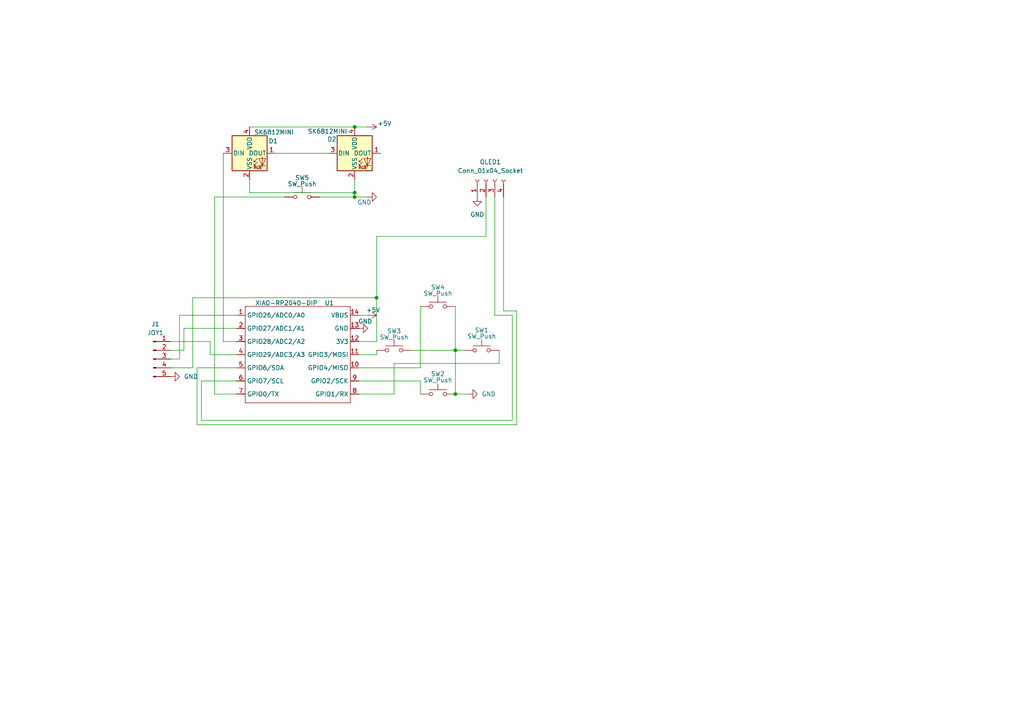
<source format=kicad_sch>
(kicad_sch
	(version 20250114)
	(generator "eeschema")
	(generator_version "9.0")
	(uuid "91bd1046-7895-4d22-a881-99d4bedc8efc")
	(paper "A4")
	(lib_symbols
		(symbol "Connector:Conn_01x04_Socket"
			(pin_names
				(offset 1.016)
				(hide yes)
			)
			(exclude_from_sim no)
			(in_bom yes)
			(on_board yes)
			(property "Reference" "J"
				(at 0 5.08 0)
				(effects
					(font
						(size 1.27 1.27)
					)
				)
			)
			(property "Value" "Conn_01x04_Socket"
				(at 0 -7.62 0)
				(effects
					(font
						(size 1.27 1.27)
					)
				)
			)
			(property "Footprint" ""
				(at 0 0 0)
				(effects
					(font
						(size 1.27 1.27)
					)
					(hide yes)
				)
			)
			(property "Datasheet" "~"
				(at 0 0 0)
				(effects
					(font
						(size 1.27 1.27)
					)
					(hide yes)
				)
			)
			(property "Description" "Generic connector, single row, 01x04, script generated"
				(at 0 0 0)
				(effects
					(font
						(size 1.27 1.27)
					)
					(hide yes)
				)
			)
			(property "ki_locked" ""
				(at 0 0 0)
				(effects
					(font
						(size 1.27 1.27)
					)
				)
			)
			(property "ki_keywords" "connector"
				(at 0 0 0)
				(effects
					(font
						(size 1.27 1.27)
					)
					(hide yes)
				)
			)
			(property "ki_fp_filters" "Connector*:*_1x??_*"
				(at 0 0 0)
				(effects
					(font
						(size 1.27 1.27)
					)
					(hide yes)
				)
			)
			(symbol "Conn_01x04_Socket_1_1"
				(polyline
					(pts
						(xy -1.27 2.54) (xy -0.508 2.54)
					)
					(stroke
						(width 0.1524)
						(type default)
					)
					(fill
						(type none)
					)
				)
				(polyline
					(pts
						(xy -1.27 0) (xy -0.508 0)
					)
					(stroke
						(width 0.1524)
						(type default)
					)
					(fill
						(type none)
					)
				)
				(polyline
					(pts
						(xy -1.27 -2.54) (xy -0.508 -2.54)
					)
					(stroke
						(width 0.1524)
						(type default)
					)
					(fill
						(type none)
					)
				)
				(polyline
					(pts
						(xy -1.27 -5.08) (xy -0.508 -5.08)
					)
					(stroke
						(width 0.1524)
						(type default)
					)
					(fill
						(type none)
					)
				)
				(arc
					(start 0 2.032)
					(mid -0.5058 2.54)
					(end 0 3.048)
					(stroke
						(width 0.1524)
						(type default)
					)
					(fill
						(type none)
					)
				)
				(arc
					(start 0 -0.508)
					(mid -0.5058 0)
					(end 0 0.508)
					(stroke
						(width 0.1524)
						(type default)
					)
					(fill
						(type none)
					)
				)
				(arc
					(start 0 -3.048)
					(mid -0.5058 -2.54)
					(end 0 -2.032)
					(stroke
						(width 0.1524)
						(type default)
					)
					(fill
						(type none)
					)
				)
				(arc
					(start 0 -5.588)
					(mid -0.5058 -5.08)
					(end 0 -4.572)
					(stroke
						(width 0.1524)
						(type default)
					)
					(fill
						(type none)
					)
				)
				(pin passive line
					(at -5.08 2.54 0)
					(length 3.81)
					(name "Pin_1"
						(effects
							(font
								(size 1.27 1.27)
							)
						)
					)
					(number "1"
						(effects
							(font
								(size 1.27 1.27)
							)
						)
					)
				)
				(pin passive line
					(at -5.08 0 0)
					(length 3.81)
					(name "Pin_2"
						(effects
							(font
								(size 1.27 1.27)
							)
						)
					)
					(number "2"
						(effects
							(font
								(size 1.27 1.27)
							)
						)
					)
				)
				(pin passive line
					(at -5.08 -2.54 0)
					(length 3.81)
					(name "Pin_3"
						(effects
							(font
								(size 1.27 1.27)
							)
						)
					)
					(number "3"
						(effects
							(font
								(size 1.27 1.27)
							)
						)
					)
				)
				(pin passive line
					(at -5.08 -5.08 0)
					(length 3.81)
					(name "Pin_4"
						(effects
							(font
								(size 1.27 1.27)
							)
						)
					)
					(number "4"
						(effects
							(font
								(size 1.27 1.27)
							)
						)
					)
				)
			)
			(embedded_fonts no)
		)
		(symbol "Connector:Conn_01x05_Pin"
			(pin_names
				(offset 1.016)
				(hide yes)
			)
			(exclude_from_sim no)
			(in_bom yes)
			(on_board yes)
			(property "Reference" "J"
				(at 0 7.62 0)
				(effects
					(font
						(size 1.27 1.27)
					)
				)
			)
			(property "Value" "Conn_01x05_Pin"
				(at 0 -7.62 0)
				(effects
					(font
						(size 1.27 1.27)
					)
				)
			)
			(property "Footprint" ""
				(at 0 0 0)
				(effects
					(font
						(size 1.27 1.27)
					)
					(hide yes)
				)
			)
			(property "Datasheet" "~"
				(at 0 0 0)
				(effects
					(font
						(size 1.27 1.27)
					)
					(hide yes)
				)
			)
			(property "Description" "Generic connector, single row, 01x05, script generated"
				(at 0 0 0)
				(effects
					(font
						(size 1.27 1.27)
					)
					(hide yes)
				)
			)
			(property "ki_locked" ""
				(at 0 0 0)
				(effects
					(font
						(size 1.27 1.27)
					)
				)
			)
			(property "ki_keywords" "connector"
				(at 0 0 0)
				(effects
					(font
						(size 1.27 1.27)
					)
					(hide yes)
				)
			)
			(property "ki_fp_filters" "Connector*:*_1x??_*"
				(at 0 0 0)
				(effects
					(font
						(size 1.27 1.27)
					)
					(hide yes)
				)
			)
			(symbol "Conn_01x05_Pin_1_1"
				(rectangle
					(start 0.8636 5.207)
					(end 0 4.953)
					(stroke
						(width 0.1524)
						(type default)
					)
					(fill
						(type outline)
					)
				)
				(rectangle
					(start 0.8636 2.667)
					(end 0 2.413)
					(stroke
						(width 0.1524)
						(type default)
					)
					(fill
						(type outline)
					)
				)
				(rectangle
					(start 0.8636 0.127)
					(end 0 -0.127)
					(stroke
						(width 0.1524)
						(type default)
					)
					(fill
						(type outline)
					)
				)
				(rectangle
					(start 0.8636 -2.413)
					(end 0 -2.667)
					(stroke
						(width 0.1524)
						(type default)
					)
					(fill
						(type outline)
					)
				)
				(rectangle
					(start 0.8636 -4.953)
					(end 0 -5.207)
					(stroke
						(width 0.1524)
						(type default)
					)
					(fill
						(type outline)
					)
				)
				(polyline
					(pts
						(xy 1.27 5.08) (xy 0.8636 5.08)
					)
					(stroke
						(width 0.1524)
						(type default)
					)
					(fill
						(type none)
					)
				)
				(polyline
					(pts
						(xy 1.27 2.54) (xy 0.8636 2.54)
					)
					(stroke
						(width 0.1524)
						(type default)
					)
					(fill
						(type none)
					)
				)
				(polyline
					(pts
						(xy 1.27 0) (xy 0.8636 0)
					)
					(stroke
						(width 0.1524)
						(type default)
					)
					(fill
						(type none)
					)
				)
				(polyline
					(pts
						(xy 1.27 -2.54) (xy 0.8636 -2.54)
					)
					(stroke
						(width 0.1524)
						(type default)
					)
					(fill
						(type none)
					)
				)
				(polyline
					(pts
						(xy 1.27 -5.08) (xy 0.8636 -5.08)
					)
					(stroke
						(width 0.1524)
						(type default)
					)
					(fill
						(type none)
					)
				)
				(pin passive line
					(at 5.08 5.08 180)
					(length 3.81)
					(name "Pin_1"
						(effects
							(font
								(size 1.27 1.27)
							)
						)
					)
					(number "1"
						(effects
							(font
								(size 1.27 1.27)
							)
						)
					)
				)
				(pin passive line
					(at 5.08 2.54 180)
					(length 3.81)
					(name "Pin_2"
						(effects
							(font
								(size 1.27 1.27)
							)
						)
					)
					(number "2"
						(effects
							(font
								(size 1.27 1.27)
							)
						)
					)
				)
				(pin passive line
					(at 5.08 0 180)
					(length 3.81)
					(name "Pin_3"
						(effects
							(font
								(size 1.27 1.27)
							)
						)
					)
					(number "3"
						(effects
							(font
								(size 1.27 1.27)
							)
						)
					)
				)
				(pin passive line
					(at 5.08 -2.54 180)
					(length 3.81)
					(name "Pin_4"
						(effects
							(font
								(size 1.27 1.27)
							)
						)
					)
					(number "4"
						(effects
							(font
								(size 1.27 1.27)
							)
						)
					)
				)
				(pin passive line
					(at 5.08 -5.08 180)
					(length 3.81)
					(name "Pin_5"
						(effects
							(font
								(size 1.27 1.27)
							)
						)
					)
					(number "5"
						(effects
							(font
								(size 1.27 1.27)
							)
						)
					)
				)
			)
			(embedded_fonts no)
		)
		(symbol "LED:SK6812MINI"
			(pin_names
				(offset 0.254)
			)
			(exclude_from_sim no)
			(in_bom yes)
			(on_board yes)
			(property "Reference" "D"
				(at 5.08 5.715 0)
				(effects
					(font
						(size 1.27 1.27)
					)
					(justify right bottom)
				)
			)
			(property "Value" "SK6812MINI"
				(at 1.27 -5.715 0)
				(effects
					(font
						(size 1.27 1.27)
					)
					(justify left top)
				)
			)
			(property "Footprint" "LED_SMD:LED_SK6812MINI_PLCC4_3.5x3.5mm_P1.75mm"
				(at 1.27 -7.62 0)
				(effects
					(font
						(size 1.27 1.27)
					)
					(justify left top)
					(hide yes)
				)
			)
			(property "Datasheet" "https://cdn-shop.adafruit.com/product-files/2686/SK6812MINI_REV.01-1-2.pdf"
				(at 2.54 -9.525 0)
				(effects
					(font
						(size 1.27 1.27)
					)
					(justify left top)
					(hide yes)
				)
			)
			(property "Description" "RGB LED with integrated controller"
				(at 0 0 0)
				(effects
					(font
						(size 1.27 1.27)
					)
					(hide yes)
				)
			)
			(property "ki_keywords" "RGB LED NeoPixel Mini addressable"
				(at 0 0 0)
				(effects
					(font
						(size 1.27 1.27)
					)
					(hide yes)
				)
			)
			(property "ki_fp_filters" "LED*SK6812MINI*PLCC*3.5x3.5mm*P1.75mm*"
				(at 0 0 0)
				(effects
					(font
						(size 1.27 1.27)
					)
					(hide yes)
				)
			)
			(symbol "SK6812MINI_0_0"
				(text "RGB"
					(at 2.286 -4.191 0)
					(effects
						(font
							(size 0.762 0.762)
						)
					)
				)
			)
			(symbol "SK6812MINI_0_1"
				(polyline
					(pts
						(xy 1.27 -2.54) (xy 1.778 -2.54)
					)
					(stroke
						(width 0)
						(type default)
					)
					(fill
						(type none)
					)
				)
				(polyline
					(pts
						(xy 1.27 -3.556) (xy 1.778 -3.556)
					)
					(stroke
						(width 0)
						(type default)
					)
					(fill
						(type none)
					)
				)
				(polyline
					(pts
						(xy 2.286 -1.524) (xy 1.27 -2.54) (xy 1.27 -2.032)
					)
					(stroke
						(width 0)
						(type default)
					)
					(fill
						(type none)
					)
				)
				(polyline
					(pts
						(xy 2.286 -2.54) (xy 1.27 -3.556) (xy 1.27 -3.048)
					)
					(stroke
						(width 0)
						(type default)
					)
					(fill
						(type none)
					)
				)
				(polyline
					(pts
						(xy 3.683 -1.016) (xy 3.683 -3.556) (xy 3.683 -4.064)
					)
					(stroke
						(width 0)
						(type default)
					)
					(fill
						(type none)
					)
				)
				(polyline
					(pts
						(xy 4.699 -1.524) (xy 2.667 -1.524) (xy 3.683 -3.556) (xy 4.699 -1.524)
					)
					(stroke
						(width 0)
						(type default)
					)
					(fill
						(type none)
					)
				)
				(polyline
					(pts
						(xy 4.699 -3.556) (xy 2.667 -3.556)
					)
					(stroke
						(width 0)
						(type default)
					)
					(fill
						(type none)
					)
				)
				(rectangle
					(start 5.08 5.08)
					(end -5.08 -5.08)
					(stroke
						(width 0.254)
						(type default)
					)
					(fill
						(type background)
					)
				)
			)
			(symbol "SK6812MINI_1_1"
				(pin input line
					(at -7.62 0 0)
					(length 2.54)
					(name "DIN"
						(effects
							(font
								(size 1.27 1.27)
							)
						)
					)
					(number "3"
						(effects
							(font
								(size 1.27 1.27)
							)
						)
					)
				)
				(pin power_in line
					(at 0 7.62 270)
					(length 2.54)
					(name "VDD"
						(effects
							(font
								(size 1.27 1.27)
							)
						)
					)
					(number "4"
						(effects
							(font
								(size 1.27 1.27)
							)
						)
					)
				)
				(pin power_in line
					(at 0 -7.62 90)
					(length 2.54)
					(name "VSS"
						(effects
							(font
								(size 1.27 1.27)
							)
						)
					)
					(number "2"
						(effects
							(font
								(size 1.27 1.27)
							)
						)
					)
				)
				(pin output line
					(at 7.62 0 180)
					(length 2.54)
					(name "DOUT"
						(effects
							(font
								(size 1.27 1.27)
							)
						)
					)
					(number "1"
						(effects
							(font
								(size 1.27 1.27)
							)
						)
					)
				)
			)
			(embedded_fonts no)
		)
		(symbol "OPL Library:XIAO-RP2040-DIP"
			(exclude_from_sim no)
			(in_bom yes)
			(on_board yes)
			(property "Reference" "U"
				(at 0 0 0)
				(effects
					(font
						(size 1.27 1.27)
					)
				)
			)
			(property "Value" "XIAO-RP2040-DIP"
				(at 5.334 -1.778 0)
				(effects
					(font
						(size 1.27 1.27)
					)
				)
			)
			(property "Footprint" "Module:MOUDLE14P-XIAO-DIP-SMD"
				(at 14.478 -32.258 0)
				(effects
					(font
						(size 1.27 1.27)
					)
					(hide yes)
				)
			)
			(property "Datasheet" ""
				(at 0 0 0)
				(effects
					(font
						(size 1.27 1.27)
					)
					(hide yes)
				)
			)
			(property "Description" ""
				(at 0 0 0)
				(effects
					(font
						(size 1.27 1.27)
					)
					(hide yes)
				)
			)
			(symbol "XIAO-RP2040-DIP_1_0"
				(polyline
					(pts
						(xy -1.27 -2.54) (xy 29.21 -2.54)
					)
					(stroke
						(width 0.1524)
						(type solid)
					)
					(fill
						(type none)
					)
				)
				(polyline
					(pts
						(xy -1.27 -5.08) (xy -2.54 -5.08)
					)
					(stroke
						(width 0.1524)
						(type solid)
					)
					(fill
						(type none)
					)
				)
				(polyline
					(pts
						(xy -1.27 -5.08) (xy -1.27 -2.54)
					)
					(stroke
						(width 0.1524)
						(type solid)
					)
					(fill
						(type none)
					)
				)
				(polyline
					(pts
						(xy -1.27 -8.89) (xy -2.54 -8.89)
					)
					(stroke
						(width 0.1524)
						(type solid)
					)
					(fill
						(type none)
					)
				)
				(polyline
					(pts
						(xy -1.27 -8.89) (xy -1.27 -5.08)
					)
					(stroke
						(width 0.1524)
						(type solid)
					)
					(fill
						(type none)
					)
				)
				(polyline
					(pts
						(xy -1.27 -12.7) (xy -2.54 -12.7)
					)
					(stroke
						(width 0.1524)
						(type solid)
					)
					(fill
						(type none)
					)
				)
				(polyline
					(pts
						(xy -1.27 -12.7) (xy -1.27 -8.89)
					)
					(stroke
						(width 0.1524)
						(type solid)
					)
					(fill
						(type none)
					)
				)
				(polyline
					(pts
						(xy -1.27 -16.51) (xy -2.54 -16.51)
					)
					(stroke
						(width 0.1524)
						(type solid)
					)
					(fill
						(type none)
					)
				)
				(polyline
					(pts
						(xy -1.27 -16.51) (xy -1.27 -12.7)
					)
					(stroke
						(width 0.1524)
						(type solid)
					)
					(fill
						(type none)
					)
				)
				(polyline
					(pts
						(xy -1.27 -20.32) (xy -2.54 -20.32)
					)
					(stroke
						(width 0.1524)
						(type solid)
					)
					(fill
						(type none)
					)
				)
				(polyline
					(pts
						(xy -1.27 -24.13) (xy -2.54 -24.13)
					)
					(stroke
						(width 0.1524)
						(type solid)
					)
					(fill
						(type none)
					)
				)
				(polyline
					(pts
						(xy -1.27 -27.94) (xy -2.54 -27.94)
					)
					(stroke
						(width 0.1524)
						(type solid)
					)
					(fill
						(type none)
					)
				)
				(polyline
					(pts
						(xy -1.27 -30.48) (xy -1.27 -16.51)
					)
					(stroke
						(width 0.1524)
						(type solid)
					)
					(fill
						(type none)
					)
				)
				(polyline
					(pts
						(xy 29.21 -2.54) (xy 29.21 -5.08)
					)
					(stroke
						(width 0.1524)
						(type solid)
					)
					(fill
						(type none)
					)
				)
				(polyline
					(pts
						(xy 29.21 -5.08) (xy 29.21 -8.89)
					)
					(stroke
						(width 0.1524)
						(type solid)
					)
					(fill
						(type none)
					)
				)
				(polyline
					(pts
						(xy 29.21 -8.89) (xy 29.21 -12.7)
					)
					(stroke
						(width 0.1524)
						(type solid)
					)
					(fill
						(type none)
					)
				)
				(polyline
					(pts
						(xy 29.21 -12.7) (xy 29.21 -30.48)
					)
					(stroke
						(width 0.1524)
						(type solid)
					)
					(fill
						(type none)
					)
				)
				(polyline
					(pts
						(xy 29.21 -30.48) (xy -1.27 -30.48)
					)
					(stroke
						(width 0.1524)
						(type solid)
					)
					(fill
						(type none)
					)
				)
				(polyline
					(pts
						(xy 30.48 -5.08) (xy 29.21 -5.08)
					)
					(stroke
						(width 0.1524)
						(type solid)
					)
					(fill
						(type none)
					)
				)
				(polyline
					(pts
						(xy 30.48 -8.89) (xy 29.21 -8.89)
					)
					(stroke
						(width 0.1524)
						(type solid)
					)
					(fill
						(type none)
					)
				)
				(polyline
					(pts
						(xy 30.48 -12.7) (xy 29.21 -12.7)
					)
					(stroke
						(width 0.1524)
						(type solid)
					)
					(fill
						(type none)
					)
				)
				(polyline
					(pts
						(xy 30.48 -16.51) (xy 29.21 -16.51)
					)
					(stroke
						(width 0.1524)
						(type solid)
					)
					(fill
						(type none)
					)
				)
				(polyline
					(pts
						(xy 30.48 -20.32) (xy 29.21 -20.32)
					)
					(stroke
						(width 0.1524)
						(type solid)
					)
					(fill
						(type none)
					)
				)
				(polyline
					(pts
						(xy 30.48 -24.13) (xy 29.21 -24.13)
					)
					(stroke
						(width 0.1524)
						(type solid)
					)
					(fill
						(type none)
					)
				)
				(polyline
					(pts
						(xy 30.48 -27.94) (xy 29.21 -27.94)
					)
					(stroke
						(width 0.1524)
						(type solid)
					)
					(fill
						(type none)
					)
				)
				(pin passive line
					(at -3.81 -5.08 0)
					(length 2.54)
					(name "GPIO26/ADC0/A0"
						(effects
							(font
								(size 1.27 1.27)
							)
						)
					)
					(number "1"
						(effects
							(font
								(size 1.27 1.27)
							)
						)
					)
				)
				(pin passive line
					(at -3.81 -8.89 0)
					(length 2.54)
					(name "GPIO27/ADC1/A1"
						(effects
							(font
								(size 1.27 1.27)
							)
						)
					)
					(number "2"
						(effects
							(font
								(size 1.27 1.27)
							)
						)
					)
				)
				(pin passive line
					(at -3.81 -12.7 0)
					(length 2.54)
					(name "GPIO28/ADC2/A2"
						(effects
							(font
								(size 1.27 1.27)
							)
						)
					)
					(number "3"
						(effects
							(font
								(size 1.27 1.27)
							)
						)
					)
				)
				(pin passive line
					(at -3.81 -16.51 0)
					(length 2.54)
					(name "GPIO29/ADC3/A3"
						(effects
							(font
								(size 1.27 1.27)
							)
						)
					)
					(number "4"
						(effects
							(font
								(size 1.27 1.27)
							)
						)
					)
				)
				(pin passive line
					(at -3.81 -20.32 0)
					(length 2.54)
					(name "GPIO6/SDA"
						(effects
							(font
								(size 1.27 1.27)
							)
						)
					)
					(number "5"
						(effects
							(font
								(size 1.27 1.27)
							)
						)
					)
				)
				(pin passive line
					(at -3.81 -24.13 0)
					(length 2.54)
					(name "GPIO7/SCL"
						(effects
							(font
								(size 1.27 1.27)
							)
						)
					)
					(number "6"
						(effects
							(font
								(size 1.27 1.27)
							)
						)
					)
				)
				(pin passive line
					(at -3.81 -27.94 0)
					(length 2.54)
					(name "GPIO0/TX"
						(effects
							(font
								(size 1.27 1.27)
							)
						)
					)
					(number "7"
						(effects
							(font
								(size 1.27 1.27)
							)
						)
					)
				)
				(pin passive line
					(at 31.75 -5.08 180)
					(length 2.54)
					(name "VBUS"
						(effects
							(font
								(size 1.27 1.27)
							)
						)
					)
					(number "14"
						(effects
							(font
								(size 1.27 1.27)
							)
						)
					)
				)
				(pin passive line
					(at 31.75 -8.89 180)
					(length 2.54)
					(name "GND"
						(effects
							(font
								(size 1.27 1.27)
							)
						)
					)
					(number "13"
						(effects
							(font
								(size 1.27 1.27)
							)
						)
					)
				)
				(pin passive line
					(at 31.75 -12.7 180)
					(length 2.54)
					(name "3V3"
						(effects
							(font
								(size 1.27 1.27)
							)
						)
					)
					(number "12"
						(effects
							(font
								(size 1.27 1.27)
							)
						)
					)
				)
				(pin passive line
					(at 31.75 -16.51 180)
					(length 2.54)
					(name "GPIO3/MOSI"
						(effects
							(font
								(size 1.27 1.27)
							)
						)
					)
					(number "11"
						(effects
							(font
								(size 1.27 1.27)
							)
						)
					)
				)
				(pin passive line
					(at 31.75 -20.32 180)
					(length 2.54)
					(name "GPIO4/MISO"
						(effects
							(font
								(size 1.27 1.27)
							)
						)
					)
					(number "10"
						(effects
							(font
								(size 1.27 1.27)
							)
						)
					)
				)
				(pin passive line
					(at 31.75 -24.13 180)
					(length 2.54)
					(name "GPIO2/SCK"
						(effects
							(font
								(size 1.27 1.27)
							)
						)
					)
					(number "9"
						(effects
							(font
								(size 1.27 1.27)
							)
						)
					)
				)
				(pin passive line
					(at 31.75 -27.94 180)
					(length 2.54)
					(name "GPIO1/RX"
						(effects
							(font
								(size 1.27 1.27)
							)
						)
					)
					(number "8"
						(effects
							(font
								(size 1.27 1.27)
							)
						)
					)
				)
			)
			(embedded_fonts no)
		)
		(symbol "Switch:SW_Push"
			(pin_numbers
				(hide yes)
			)
			(pin_names
				(offset 1.016)
				(hide yes)
			)
			(exclude_from_sim no)
			(in_bom yes)
			(on_board yes)
			(property "Reference" "SW"
				(at 1.27 2.54 0)
				(effects
					(font
						(size 1.27 1.27)
					)
					(justify left)
				)
			)
			(property "Value" "SW_Push"
				(at 0 -1.524 0)
				(effects
					(font
						(size 1.27 1.27)
					)
				)
			)
			(property "Footprint" ""
				(at 0 5.08 0)
				(effects
					(font
						(size 1.27 1.27)
					)
					(hide yes)
				)
			)
			(property "Datasheet" "~"
				(at 0 5.08 0)
				(effects
					(font
						(size 1.27 1.27)
					)
					(hide yes)
				)
			)
			(property "Description" "Push button switch, generic, two pins"
				(at 0 0 0)
				(effects
					(font
						(size 1.27 1.27)
					)
					(hide yes)
				)
			)
			(property "ki_keywords" "switch normally-open pushbutton push-button"
				(at 0 0 0)
				(effects
					(font
						(size 1.27 1.27)
					)
					(hide yes)
				)
			)
			(symbol "SW_Push_0_1"
				(circle
					(center -2.032 0)
					(radius 0.508)
					(stroke
						(width 0)
						(type default)
					)
					(fill
						(type none)
					)
				)
				(polyline
					(pts
						(xy 0 1.27) (xy 0 3.048)
					)
					(stroke
						(width 0)
						(type default)
					)
					(fill
						(type none)
					)
				)
				(circle
					(center 2.032 0)
					(radius 0.508)
					(stroke
						(width 0)
						(type default)
					)
					(fill
						(type none)
					)
				)
				(polyline
					(pts
						(xy 2.54 1.27) (xy -2.54 1.27)
					)
					(stroke
						(width 0)
						(type default)
					)
					(fill
						(type none)
					)
				)
				(pin passive line
					(at -5.08 0 0)
					(length 2.54)
					(name "1"
						(effects
							(font
								(size 1.27 1.27)
							)
						)
					)
					(number "1"
						(effects
							(font
								(size 1.27 1.27)
							)
						)
					)
				)
				(pin passive line
					(at 5.08 0 180)
					(length 2.54)
					(name "2"
						(effects
							(font
								(size 1.27 1.27)
							)
						)
					)
					(number "2"
						(effects
							(font
								(size 1.27 1.27)
							)
						)
					)
				)
			)
			(embedded_fonts no)
		)
		(symbol "power:+5V"
			(power)
			(pin_numbers
				(hide yes)
			)
			(pin_names
				(offset 0)
				(hide yes)
			)
			(exclude_from_sim no)
			(in_bom yes)
			(on_board yes)
			(property "Reference" "#PWR"
				(at 0 -3.81 0)
				(effects
					(font
						(size 1.27 1.27)
					)
					(hide yes)
				)
			)
			(property "Value" "+5V"
				(at 0 3.556 0)
				(effects
					(font
						(size 1.27 1.27)
					)
				)
			)
			(property "Footprint" ""
				(at 0 0 0)
				(effects
					(font
						(size 1.27 1.27)
					)
					(hide yes)
				)
			)
			(property "Datasheet" ""
				(at 0 0 0)
				(effects
					(font
						(size 1.27 1.27)
					)
					(hide yes)
				)
			)
			(property "Description" "Power symbol creates a global label with name \"+5V\""
				(at 0 0 0)
				(effects
					(font
						(size 1.27 1.27)
					)
					(hide yes)
				)
			)
			(property "ki_keywords" "global power"
				(at 0 0 0)
				(effects
					(font
						(size 1.27 1.27)
					)
					(hide yes)
				)
			)
			(symbol "+5V_0_1"
				(polyline
					(pts
						(xy -0.762 1.27) (xy 0 2.54)
					)
					(stroke
						(width 0)
						(type default)
					)
					(fill
						(type none)
					)
				)
				(polyline
					(pts
						(xy 0 2.54) (xy 0.762 1.27)
					)
					(stroke
						(width 0)
						(type default)
					)
					(fill
						(type none)
					)
				)
				(polyline
					(pts
						(xy 0 0) (xy 0 2.54)
					)
					(stroke
						(width 0)
						(type default)
					)
					(fill
						(type none)
					)
				)
			)
			(symbol "+5V_1_1"
				(pin power_in line
					(at 0 0 90)
					(length 0)
					(name "~"
						(effects
							(font
								(size 1.27 1.27)
							)
						)
					)
					(number "1"
						(effects
							(font
								(size 1.27 1.27)
							)
						)
					)
				)
			)
			(embedded_fonts no)
		)
		(symbol "power:GND"
			(power)
			(pin_numbers
				(hide yes)
			)
			(pin_names
				(offset 0)
				(hide yes)
			)
			(exclude_from_sim no)
			(in_bom yes)
			(on_board yes)
			(property "Reference" "#PWR"
				(at 0 -6.35 0)
				(effects
					(font
						(size 1.27 1.27)
					)
					(hide yes)
				)
			)
			(property "Value" "GND"
				(at 0 -3.81 0)
				(effects
					(font
						(size 1.27 1.27)
					)
				)
			)
			(property "Footprint" ""
				(at 0 0 0)
				(effects
					(font
						(size 1.27 1.27)
					)
					(hide yes)
				)
			)
			(property "Datasheet" ""
				(at 0 0 0)
				(effects
					(font
						(size 1.27 1.27)
					)
					(hide yes)
				)
			)
			(property "Description" "Power symbol creates a global label with name \"GND\" , ground"
				(at 0 0 0)
				(effects
					(font
						(size 1.27 1.27)
					)
					(hide yes)
				)
			)
			(property "ki_keywords" "global power"
				(at 0 0 0)
				(effects
					(font
						(size 1.27 1.27)
					)
					(hide yes)
				)
			)
			(symbol "GND_0_1"
				(polyline
					(pts
						(xy 0 0) (xy 0 -1.27) (xy 1.27 -1.27) (xy 0 -2.54) (xy -1.27 -1.27) (xy 0 -1.27)
					)
					(stroke
						(width 0)
						(type default)
					)
					(fill
						(type none)
					)
				)
			)
			(symbol "GND_1_1"
				(pin power_in line
					(at 0 0 270)
					(length 0)
					(name "~"
						(effects
							(font
								(size 1.27 1.27)
							)
						)
					)
					(number "1"
						(effects
							(font
								(size 1.27 1.27)
							)
						)
					)
				)
			)
			(embedded_fonts no)
		)
	)
	(junction
		(at 102.87 55.88)
		(diameter 0)
		(color 0 0 0 0)
		(uuid "121734c9-95d8-44ed-ad45-d208f866977d")
	)
	(junction
		(at 109.22 86.36)
		(diameter 0)
		(color 0 0 0 0)
		(uuid "724b0a4d-3e21-4768-b79b-d389103b9eef")
	)
	(junction
		(at 132.08 101.6)
		(diameter 0)
		(color 0 0 0 0)
		(uuid "b3e5856c-3aab-41c0-ae9b-a3853eac579c")
	)
	(junction
		(at 102.87 57.15)
		(diameter 0)
		(color 0 0 0 0)
		(uuid "d9e97e33-95ff-47e2-b4f4-a647c669815f")
	)
	(junction
		(at 132.08 114.3)
		(diameter 0)
		(color 0 0 0 0)
		(uuid "ddc4bea1-5703-4aad-a872-f48ce86de708")
	)
	(junction
		(at 102.87 36.83)
		(diameter 0)
		(color 0 0 0 0)
		(uuid "e035bac8-2380-4bb2-ae0d-5fa79d5d5cfe")
	)
	(wire
		(pts
			(xy 53.34 95.25) (xy 53.34 101.6)
		)
		(stroke
			(width 0)
			(type default)
		)
		(uuid "01a2ae38-f13e-462a-b1f0-7c9d27319885")
	)
	(wire
		(pts
			(xy 58.42 121.92) (xy 148.59 121.92)
		)
		(stroke
			(width 0)
			(type default)
		)
		(uuid "07a5e05e-f634-4e7d-bcc8-a66355aae850")
	)
	(wire
		(pts
			(xy 109.22 68.58) (xy 109.22 86.36)
		)
		(stroke
			(width 0)
			(type default)
		)
		(uuid "115a5e3a-b29a-4c20-9391-dd378f403671")
	)
	(wire
		(pts
			(xy 52.07 91.44) (xy 52.07 104.14)
		)
		(stroke
			(width 0)
			(type default)
		)
		(uuid "123369f2-0192-49ca-b3b5-f156c4c84830")
	)
	(wire
		(pts
			(xy 53.34 101.6) (xy 49.53 101.6)
		)
		(stroke
			(width 0)
			(type default)
		)
		(uuid "144b6b22-8a62-4548-acda-3307f9600bea")
	)
	(wire
		(pts
			(xy 102.87 57.15) (xy 92.71 57.15)
		)
		(stroke
			(width 0)
			(type default)
		)
		(uuid "1afde44e-69f4-4dbd-a534-938e921e2523")
	)
	(wire
		(pts
			(xy 114.3 105.41) (xy 144.78 105.41)
		)
		(stroke
			(width 0)
			(type default)
		)
		(uuid "1d704a9f-d8b3-4c9b-8879-7b5e28d38db6")
	)
	(wire
		(pts
			(xy 121.92 106.68) (xy 121.92 88.9)
		)
		(stroke
			(width 0)
			(type default)
		)
		(uuid "2a3d2ce6-65b0-4c3c-b58b-20756ac8d3c2")
	)
	(wire
		(pts
			(xy 49.53 106.68) (xy 55.88 106.68)
		)
		(stroke
			(width 0)
			(type default)
		)
		(uuid "2b73b712-f2cc-4e02-8a1e-d49606d92917")
	)
	(wire
		(pts
			(xy 58.42 110.49) (xy 58.42 121.92)
		)
		(stroke
			(width 0)
			(type default)
		)
		(uuid "2edbf77e-2104-4c70-9517-6d6c7b7445a6")
	)
	(wire
		(pts
			(xy 55.88 86.36) (xy 55.88 106.68)
		)
		(stroke
			(width 0)
			(type default)
		)
		(uuid "35226efe-a0b6-4c66-a744-791a0975592d")
	)
	(wire
		(pts
			(xy 109.22 99.06) (xy 109.22 86.36)
		)
		(stroke
			(width 0)
			(type default)
		)
		(uuid "3e3cdef7-402c-4447-954e-ef5a922f370e")
	)
	(wire
		(pts
			(xy 102.87 36.83) (xy 106.68 36.83)
		)
		(stroke
			(width 0)
			(type default)
		)
		(uuid "43585477-fe03-4fea-92b3-90899f40fea6")
	)
	(wire
		(pts
			(xy 62.23 57.15) (xy 62.23 114.3)
		)
		(stroke
			(width 0)
			(type default)
		)
		(uuid "4c3f525e-2a18-42d8-98c0-fc86446749fc")
	)
	(wire
		(pts
			(xy 106.68 57.15) (xy 102.87 57.15)
		)
		(stroke
			(width 0)
			(type default)
		)
		(uuid "527149ec-9717-4ef4-822e-babf55283e61")
	)
	(wire
		(pts
			(xy 143.51 91.44) (xy 143.51 57.15)
		)
		(stroke
			(width 0)
			(type default)
		)
		(uuid "536e2260-b646-4d17-9e0e-69e420760f01")
	)
	(wire
		(pts
			(xy 102.87 55.88) (xy 102.87 52.07)
		)
		(stroke
			(width 0)
			(type default)
		)
		(uuid "5498392c-3f27-4a59-8d6f-9c7428e93254")
	)
	(wire
		(pts
			(xy 52.07 104.14) (xy 49.53 104.14)
		)
		(stroke
			(width 0)
			(type default)
		)
		(uuid "57adbdba-d9fe-4fdb-b111-c13095f9c265")
	)
	(wire
		(pts
			(xy 72.39 55.88) (xy 72.39 52.07)
		)
		(stroke
			(width 0)
			(type default)
		)
		(uuid "5f4fee44-bf16-4546-a074-0c3b4e3456d8")
	)
	(wire
		(pts
			(xy 80.01 44.45) (xy 95.25 44.45)
		)
		(stroke
			(width 0)
			(type default)
		)
		(uuid "62b66295-03ab-4b5c-8d0a-f2f42ad2ab2a")
	)
	(wire
		(pts
			(xy 135.89 114.3) (xy 132.08 114.3)
		)
		(stroke
			(width 0)
			(type default)
		)
		(uuid "695c8829-aa7f-4b50-baf6-70cd2e671961")
	)
	(wire
		(pts
			(xy 68.58 106.68) (xy 57.15 106.68)
		)
		(stroke
			(width 0)
			(type default)
		)
		(uuid "6c41b4d6-0f0e-49c1-abd9-30e7d78df7ce")
	)
	(wire
		(pts
			(xy 49.53 99.06) (xy 60.96 99.06)
		)
		(stroke
			(width 0)
			(type default)
		)
		(uuid "6d6ee699-5155-4d4c-b773-65a61e04e259")
	)
	(wire
		(pts
			(xy 60.96 99.06) (xy 60.96 102.87)
		)
		(stroke
			(width 0)
			(type default)
		)
		(uuid "72c4e2ea-813f-4e26-a778-6959509f8fd3")
	)
	(wire
		(pts
			(xy 62.23 114.3) (xy 68.58 114.3)
		)
		(stroke
			(width 0)
			(type default)
		)
		(uuid "74ffd8fa-0130-4726-8dad-c508553aefda")
	)
	(wire
		(pts
			(xy 57.15 106.68) (xy 57.15 123.19)
		)
		(stroke
			(width 0)
			(type default)
		)
		(uuid "79ed9f32-8622-4e5c-b01c-bb2c80e2cbd3")
	)
	(wire
		(pts
			(xy 104.14 102.87) (xy 109.22 102.87)
		)
		(stroke
			(width 0)
			(type default)
		)
		(uuid "81cb2613-20ec-463f-bf7d-60f973e0a4ca")
	)
	(wire
		(pts
			(xy 148.59 121.92) (xy 148.59 91.44)
		)
		(stroke
			(width 0)
			(type default)
		)
		(uuid "831446ac-babf-4e72-b654-3685c4961575")
	)
	(wire
		(pts
			(xy 104.14 99.06) (xy 109.22 99.06)
		)
		(stroke
			(width 0)
			(type default)
		)
		(uuid "89b9fba2-8770-4b6e-8696-32219a269f08")
	)
	(wire
		(pts
			(xy 72.39 36.83) (xy 102.87 36.83)
		)
		(stroke
			(width 0)
			(type default)
		)
		(uuid "8a8564bf-d523-406c-8f24-6df3379e63cd")
	)
	(wire
		(pts
			(xy 64.77 99.06) (xy 68.58 99.06)
		)
		(stroke
			(width 0)
			(type default)
		)
		(uuid "8b215d21-c42a-4612-a1ed-54247a252ad5")
	)
	(wire
		(pts
			(xy 57.15 123.19) (xy 149.86 123.19)
		)
		(stroke
			(width 0)
			(type default)
		)
		(uuid "8f5fbf81-298f-4cfe-839f-58a1415c41f1")
	)
	(wire
		(pts
			(xy 146.05 90.17) (xy 146.05 57.15)
		)
		(stroke
			(width 0)
			(type default)
		)
		(uuid "92cbf86b-dc67-45cd-a7ba-1e79a9041391")
	)
	(wire
		(pts
			(xy 140.97 68.58) (xy 109.22 68.58)
		)
		(stroke
			(width 0)
			(type default)
		)
		(uuid "9570cad6-630c-45a0-a7c1-60334252cd65")
	)
	(wire
		(pts
			(xy 149.86 90.17) (xy 146.05 90.17)
		)
		(stroke
			(width 0)
			(type default)
		)
		(uuid "9fbf23d0-52a0-456a-ab48-4e157b925b4d")
	)
	(wire
		(pts
			(xy 119.38 101.6) (xy 132.08 101.6)
		)
		(stroke
			(width 0)
			(type default)
		)
		(uuid "a0e073db-a024-4fbf-88d4-069bea7102d7")
	)
	(wire
		(pts
			(xy 132.08 88.9) (xy 132.08 101.6)
		)
		(stroke
			(width 0)
			(type default)
		)
		(uuid "a1bd0ddb-e590-43d8-ab96-d06e1907ef21")
	)
	(wire
		(pts
			(xy 132.08 101.6) (xy 134.62 101.6)
		)
		(stroke
			(width 0)
			(type default)
		)
		(uuid "a89b24f5-1eda-49d7-a36d-218b38123f24")
	)
	(wire
		(pts
			(xy 148.59 91.44) (xy 143.51 91.44)
		)
		(stroke
			(width 0)
			(type default)
		)
		(uuid "ae2d27dd-7a73-4c67-9618-bee10093d5d2")
	)
	(wire
		(pts
			(xy 53.34 95.25) (xy 68.58 95.25)
		)
		(stroke
			(width 0)
			(type default)
		)
		(uuid "b75e441c-e001-4d71-9e7b-aca4b45ad677")
	)
	(wire
		(pts
			(xy 60.96 102.87) (xy 68.58 102.87)
		)
		(stroke
			(width 0)
			(type default)
		)
		(uuid "b7e5b761-1a9b-473f-b36d-cc8a6ea1a27e")
	)
	(wire
		(pts
			(xy 62.23 57.15) (xy 82.55 57.15)
		)
		(stroke
			(width 0)
			(type default)
		)
		(uuid "bb9f1f77-48b8-47b4-a265-d961d686c06c")
	)
	(wire
		(pts
			(xy 106.68 91.44) (xy 104.14 91.44)
		)
		(stroke
			(width 0)
			(type default)
		)
		(uuid "bf0b3312-5a6a-477e-a2fb-f9569cfb0eb7")
	)
	(wire
		(pts
			(xy 109.22 102.87) (xy 109.22 101.6)
		)
		(stroke
			(width 0)
			(type default)
		)
		(uuid "c7201533-0188-4997-96e1-a0fdc4b83c30")
	)
	(wire
		(pts
			(xy 140.97 57.15) (xy 140.97 68.58)
		)
		(stroke
			(width 0)
			(type default)
		)
		(uuid "c872e6ca-1282-4924-a48e-ca8fd8f9ede7")
	)
	(wire
		(pts
			(xy 132.08 101.6) (xy 132.08 114.3)
		)
		(stroke
			(width 0)
			(type default)
		)
		(uuid "cc51b564-fb8b-4516-a964-5b05194d7a10")
	)
	(wire
		(pts
			(xy 121.92 110.49) (xy 121.92 114.3)
		)
		(stroke
			(width 0)
			(type default)
		)
		(uuid "cd202e2d-5372-45bd-81b6-ebfedb691bb2")
	)
	(wire
		(pts
			(xy 114.3 114.3) (xy 114.3 105.41)
		)
		(stroke
			(width 0)
			(type default)
		)
		(uuid "ce4045d7-8809-4a0c-a3ef-4e1381fd60c8")
	)
	(wire
		(pts
			(xy 52.07 91.44) (xy 68.58 91.44)
		)
		(stroke
			(width 0)
			(type default)
		)
		(uuid "d42b24e8-8d7f-4976-92d8-25fd4a8815e3")
	)
	(wire
		(pts
			(xy 72.39 55.88) (xy 102.87 55.88)
		)
		(stroke
			(width 0)
			(type default)
		)
		(uuid "d5618b81-62ec-431c-a70d-0b2c037ae493")
	)
	(wire
		(pts
			(xy 144.78 101.6) (xy 144.78 105.41)
		)
		(stroke
			(width 0)
			(type default)
		)
		(uuid "d8be6502-2d94-477b-944b-dce882697480")
	)
	(wire
		(pts
			(xy 102.87 55.88) (xy 102.87 57.15)
		)
		(stroke
			(width 0)
			(type default)
		)
		(uuid "d9b7c8a2-4258-4f2f-b51e-c422d910c2d6")
	)
	(wire
		(pts
			(xy 104.14 106.68) (xy 121.92 106.68)
		)
		(stroke
			(width 0)
			(type default)
		)
		(uuid "dbb70c1d-9e59-4641-8078-ceca78afa693")
	)
	(wire
		(pts
			(xy 104.14 114.3) (xy 114.3 114.3)
		)
		(stroke
			(width 0)
			(type default)
		)
		(uuid "e51ce438-9487-4156-9fda-b2517b67e805")
	)
	(wire
		(pts
			(xy 109.22 86.36) (xy 55.88 86.36)
		)
		(stroke
			(width 0)
			(type default)
		)
		(uuid "e5650f17-8c94-45ae-99dc-d3a903054947")
	)
	(wire
		(pts
			(xy 64.77 44.45) (xy 64.77 99.06)
		)
		(stroke
			(width 0)
			(type default)
		)
		(uuid "f52c5563-06af-4c37-8478-e842e540f976")
	)
	(wire
		(pts
			(xy 68.58 110.49) (xy 58.42 110.49)
		)
		(stroke
			(width 0)
			(type default)
		)
		(uuid "fae665bf-d6eb-4233-be26-cc509a6ff454")
	)
	(wire
		(pts
			(xy 104.14 110.49) (xy 121.92 110.49)
		)
		(stroke
			(width 0)
			(type default)
		)
		(uuid "fb68af65-7d71-45f1-975c-8d96bf7fe555")
	)
	(wire
		(pts
			(xy 149.86 123.19) (xy 149.86 90.17)
		)
		(stroke
			(width 0)
			(type default)
		)
		(uuid "fe809418-b8b9-48e6-80c0-0b324cfe6709")
	)
	(symbol
		(lib_id "Switch:SW_Push")
		(at 87.63 57.15 0)
		(unit 1)
		(exclude_from_sim no)
		(in_bom yes)
		(on_board yes)
		(dnp no)
		(uuid "17db332d-2c67-4882-ae48-8166e32cc08e")
		(property "Reference" "SW5"
			(at 87.63 51.562 0)
			(effects
				(font
					(size 1.27 1.27)
				)
			)
		)
		(property "Value" "SW_Push"
			(at 87.63 53.34 0)
			(effects
				(font
					(size 1.27 1.27)
				)
			)
		)
		(property "Footprint" "Button_Switch_Keyboard:SW_Cherry_MX_1.00u_PCB"
			(at 87.63 52.07 0)
			(effects
				(font
					(size 1.27 1.27)
				)
				(hide yes)
			)
		)
		(property "Datasheet" "~"
			(at 87.63 52.07 0)
			(effects
				(font
					(size 1.27 1.27)
				)
				(hide yes)
			)
		)
		(property "Description" "Push button switch, generic, two pins"
			(at 87.63 57.15 0)
			(effects
				(font
					(size 1.27 1.27)
				)
				(hide yes)
			)
		)
		(pin "1"
			(uuid "56b94009-1b9a-4b45-b86f-c3eeb3e196a1")
		)
		(pin "2"
			(uuid "6a309599-48ae-40ac-8bfe-b056880ac3f0")
		)
		(instances
			(project "Macroboard"
				(path "/91bd1046-7895-4d22-a881-99d4bedc8efc"
					(reference "SW5")
					(unit 1)
				)
			)
		)
	)
	(symbol
		(lib_id "power:+5V")
		(at 106.68 36.83 270)
		(unit 1)
		(exclude_from_sim no)
		(in_bom yes)
		(on_board yes)
		(dnp no)
		(uuid "2c6bff4f-e6f0-45f6-80bb-efabbf355264")
		(property "Reference" "#PWR05"
			(at 102.87 36.83 0)
			(effects
				(font
					(size 1.27 1.27)
				)
				(hide yes)
			)
		)
		(property "Value" "+5V"
			(at 109.474 35.814 90)
			(effects
				(font
					(size 1.27 1.27)
				)
				(justify left)
			)
		)
		(property "Footprint" ""
			(at 106.68 36.83 0)
			(effects
				(font
					(size 1.27 1.27)
				)
				(hide yes)
			)
		)
		(property "Datasheet" ""
			(at 106.68 36.83 0)
			(effects
				(font
					(size 1.27 1.27)
				)
				(hide yes)
			)
		)
		(property "Description" "Power symbol creates a global label with name \"+5V\""
			(at 106.68 36.83 0)
			(effects
				(font
					(size 1.27 1.27)
				)
				(hide yes)
			)
		)
		(pin "1"
			(uuid "049d7186-dcfa-4e4a-abd0-809f153b792a")
		)
		(instances
			(project ""
				(path "/91bd1046-7895-4d22-a881-99d4bedc8efc"
					(reference "#PWR05")
					(unit 1)
				)
			)
		)
	)
	(symbol
		(lib_id "Switch:SW_Push")
		(at 127 114.3 0)
		(unit 1)
		(exclude_from_sim no)
		(in_bom yes)
		(on_board yes)
		(dnp no)
		(uuid "3827afb2-b889-4d1b-a59f-981a12ceefe0")
		(property "Reference" "SW2"
			(at 127 108.458 0)
			(effects
				(font
					(size 1.27 1.27)
				)
			)
		)
		(property "Value" "SW_Push"
			(at 127 110.236 0)
			(effects
				(font
					(size 1.27 1.27)
				)
			)
		)
		(property "Footprint" "Button_Switch_Keyboard:SW_Cherry_MX_1.00u_PCB"
			(at 127 109.22 0)
			(effects
				(font
					(size 1.27 1.27)
				)
				(hide yes)
			)
		)
		(property "Datasheet" "~"
			(at 127 109.22 0)
			(effects
				(font
					(size 1.27 1.27)
				)
				(hide yes)
			)
		)
		(property "Description" "Push button switch, generic, two pins"
			(at 127 114.3 0)
			(effects
				(font
					(size 1.27 1.27)
				)
				(hide yes)
			)
		)
		(pin "1"
			(uuid "d61d440e-4a68-4617-b872-a0ac0d0a355a")
		)
		(pin "2"
			(uuid "9dc5357b-e351-42e9-8be2-27203f97e2a5")
		)
		(instances
			(project "Macroboard"
				(path "/91bd1046-7895-4d22-a881-99d4bedc8efc"
					(reference "SW2")
					(unit 1)
				)
			)
		)
	)
	(symbol
		(lib_id "LED:SK6812MINI")
		(at 72.39 44.45 0)
		(unit 1)
		(exclude_from_sim no)
		(in_bom yes)
		(on_board yes)
		(dnp no)
		(uuid "44e8b72f-f832-4e6b-9a75-8924b4587722")
		(property "Reference" "D1"
			(at 79.248 40.894 0)
			(effects
				(font
					(size 1.27 1.27)
				)
			)
		)
		(property "Value" "SK6812MINI"
			(at 79.502 38.354 0)
			(effects
				(font
					(size 1.27 1.27)
				)
			)
		)
		(property "Footprint" "LED_SMD:LED_SK6812MINI_PLCC4_3.5x3.5mm_P1.75mm"
			(at 73.66 52.07 0)
			(effects
				(font
					(size 1.27 1.27)
				)
				(justify left top)
				(hide yes)
			)
		)
		(property "Datasheet" "https://cdn-shop.adafruit.com/product-files/2686/SK6812MINI_REV.01-1-2.pdf"
			(at 74.93 53.975 0)
			(effects
				(font
					(size 1.27 1.27)
				)
				(justify left top)
				(hide yes)
			)
		)
		(property "Description" "RGB LED with integrated controller"
			(at 72.39 44.45 0)
			(effects
				(font
					(size 1.27 1.27)
				)
				(hide yes)
			)
		)
		(pin "4"
			(uuid "a986e715-1a95-472a-a788-2d683aa10bc9")
		)
		(pin "1"
			(uuid "013d7600-9d35-40ca-8bb5-22e03abbc7bc")
		)
		(pin "2"
			(uuid "6456ce9d-ceba-46f0-b3ff-75aa88c2f736")
		)
		(pin "3"
			(uuid "17c3f357-031d-4104-8156-c6d1b163806c")
		)
		(instances
			(project ""
				(path "/91bd1046-7895-4d22-a881-99d4bedc8efc"
					(reference "D1")
					(unit 1)
				)
			)
		)
	)
	(symbol
		(lib_id "Switch:SW_Push")
		(at 127 88.9 0)
		(unit 1)
		(exclude_from_sim no)
		(in_bom yes)
		(on_board yes)
		(dnp no)
		(uuid "511cda84-15ac-4ada-b5f3-08b0f004fa4b")
		(property "Reference" "SW4"
			(at 127 83.312 0)
			(effects
				(font
					(size 1.27 1.27)
				)
			)
		)
		(property "Value" "SW_Push"
			(at 127 85.09 0)
			(effects
				(font
					(size 1.27 1.27)
				)
			)
		)
		(property "Footprint" "Button_Switch_Keyboard:SW_Cherry_MX_1.00u_PCB"
			(at 127 83.82 0)
			(effects
				(font
					(size 1.27 1.27)
				)
				(hide yes)
			)
		)
		(property "Datasheet" "~"
			(at 127 83.82 0)
			(effects
				(font
					(size 1.27 1.27)
				)
				(hide yes)
			)
		)
		(property "Description" "Push button switch, generic, two pins"
			(at 127 88.9 0)
			(effects
				(font
					(size 1.27 1.27)
				)
				(hide yes)
			)
		)
		(pin "1"
			(uuid "88bc4fec-332b-4609-bcda-68978c6e858e")
		)
		(pin "2"
			(uuid "32f2e9cc-1c0d-4947-95b1-1e6f5929d6e5")
		)
		(instances
			(project "Macroboard"
				(path "/91bd1046-7895-4d22-a881-99d4bedc8efc"
					(reference "SW4")
					(unit 1)
				)
			)
		)
	)
	(symbol
		(lib_id "power:GND")
		(at 135.89 114.3 90)
		(unit 1)
		(exclude_from_sim no)
		(in_bom yes)
		(on_board yes)
		(dnp no)
		(fields_autoplaced yes)
		(uuid "53c962eb-235a-4f15-8cf4-69a324fbdfb7")
		(property "Reference" "#PWR01"
			(at 142.24 114.3 0)
			(effects
				(font
					(size 1.27 1.27)
				)
				(hide yes)
			)
		)
		(property "Value" "GND"
			(at 139.7 114.2999 90)
			(effects
				(font
					(size 1.27 1.27)
				)
				(justify right)
			)
		)
		(property "Footprint" ""
			(at 135.89 114.3 0)
			(effects
				(font
					(size 1.27 1.27)
				)
				(hide yes)
			)
		)
		(property "Datasheet" ""
			(at 135.89 114.3 0)
			(effects
				(font
					(size 1.27 1.27)
				)
				(hide yes)
			)
		)
		(property "Description" "Power symbol creates a global label with name \"GND\" , ground"
			(at 135.89 114.3 0)
			(effects
				(font
					(size 1.27 1.27)
				)
				(hide yes)
			)
		)
		(pin "1"
			(uuid "49f2fdb0-3309-43a6-8fe8-b3552e4913e5")
		)
		(instances
			(project ""
				(path "/91bd1046-7895-4d22-a881-99d4bedc8efc"
					(reference "#PWR01")
					(unit 1)
				)
			)
		)
	)
	(symbol
		(lib_id "Connector:Conn_01x04_Socket")
		(at 140.97 52.07 90)
		(unit 1)
		(exclude_from_sim no)
		(in_bom yes)
		(on_board yes)
		(dnp no)
		(fields_autoplaced yes)
		(uuid "6858ec80-0171-4fab-8c14-c452913503e0")
		(property "Reference" "OLED1"
			(at 142.24 46.99 90)
			(effects
				(font
					(size 1.27 1.27)
				)
			)
		)
		(property "Value" "Conn_01x04_Socket"
			(at 142.24 49.53 90)
			(effects
				(font
					(size 1.27 1.27)
				)
			)
		)
		(property "Footprint" "Connector_PinSocket_2.54mm:PinSocket_1x04_P2.54mm_Vertical"
			(at 140.97 52.07 0)
			(effects
				(font
					(size 1.27 1.27)
				)
				(hide yes)
			)
		)
		(property "Datasheet" "~"
			(at 140.97 52.07 0)
			(effects
				(font
					(size 1.27 1.27)
				)
				(hide yes)
			)
		)
		(property "Description" "Generic connector, single row, 01x04, script generated"
			(at 140.97 52.07 0)
			(effects
				(font
					(size 1.27 1.27)
				)
				(hide yes)
			)
		)
		(pin "1"
			(uuid "58dceec7-b6f3-4285-aa73-ad166a9baeb8")
		)
		(pin "3"
			(uuid "8fb10b94-97f4-4647-9056-d39a18831ee7")
		)
		(pin "2"
			(uuid "ff3e5bec-7b7e-4a11-aa30-a9269707eff8")
		)
		(pin "4"
			(uuid "0503463c-495a-4d39-a967-f18d35f1c13a")
		)
		(instances
			(project ""
				(path "/91bd1046-7895-4d22-a881-99d4bedc8efc"
					(reference "OLED1")
					(unit 1)
				)
			)
		)
	)
	(symbol
		(lib_id "OPL Library:XIAO-RP2040-DIP")
		(at 72.39 86.36 0)
		(unit 1)
		(exclude_from_sim no)
		(in_bom yes)
		(on_board yes)
		(dnp no)
		(uuid "7e48a78c-fd98-49a1-8158-8be7e5f93a24")
		(property "Reference" "U1"
			(at 95.504 87.884 0)
			(effects
				(font
					(size 1.27 1.27)
				)
			)
		)
		(property "Value" "XIAO-RP2040-DIP"
			(at 83.058 87.884 0)
			(effects
				(font
					(size 1.27 1.27)
				)
			)
		)
		(property "Footprint" "Module:MOUDLE14P-XIAO-DIP-SMD"
			(at 86.868 118.618 0)
			(effects
				(font
					(size 1.27 1.27)
				)
				(hide yes)
			)
		)
		(property "Datasheet" ""
			(at 72.39 86.36 0)
			(effects
				(font
					(size 1.27 1.27)
				)
				(hide yes)
			)
		)
		(property "Description" ""
			(at 72.39 86.36 0)
			(effects
				(font
					(size 1.27 1.27)
				)
				(hide yes)
			)
		)
		(pin "1"
			(uuid "9e21b732-a7d8-4234-b9f3-fe0eae5a75c5")
		)
		(pin "2"
			(uuid "48e54a40-7b45-4f9b-b394-62cc2eb26182")
		)
		(pin "3"
			(uuid "91ead379-e099-4380-a50a-47f3c711a8fb")
		)
		(pin "4"
			(uuid "3338a2b1-bf66-48d5-ae1c-1c06595beaaa")
		)
		(pin "6"
			(uuid "1b969d46-ca8c-4c09-a428-7d698f33abdc")
		)
		(pin "13"
			(uuid "c6fc36b2-fad7-4d78-ae46-ece37a6e0ac1")
		)
		(pin "9"
			(uuid "e74d26b2-e14a-4cc4-b605-3d0cecb416f3")
		)
		(pin "8"
			(uuid "986e105d-69ef-479f-b0b3-e4a9b8528ff6")
		)
		(pin "7"
			(uuid "60e3a74b-5c18-4a5a-9f54-7fe6b7ce72ac")
		)
		(pin "10"
			(uuid "c563514d-c769-463e-90ac-9ceb07d82028")
		)
		(pin "11"
			(uuid "677f335f-7382-4c16-ae98-2e9c1ac0a4dc")
		)
		(pin "14"
			(uuid "942f27ec-6fd3-42e4-ab27-11dbd50d0bc3")
		)
		(pin "12"
			(uuid "291276ca-d54a-4d6d-9bb6-0d0cbacfdd8b")
		)
		(pin "5"
			(uuid "855699e5-5140-46c1-bf2d-1484bcf9bb7c")
		)
		(instances
			(project ""
				(path "/91bd1046-7895-4d22-a881-99d4bedc8efc"
					(reference "U1")
					(unit 1)
				)
			)
		)
	)
	(symbol
		(lib_id "Switch:SW_Push")
		(at 139.7 101.6 0)
		(unit 1)
		(exclude_from_sim no)
		(in_bom yes)
		(on_board yes)
		(dnp no)
		(uuid "9d284dc0-d83b-4b8a-a636-7072abd6d90e")
		(property "Reference" "SW1"
			(at 139.7 95.758 0)
			(effects
				(font
					(size 1.27 1.27)
				)
			)
		)
		(property "Value" "SW_Push"
			(at 139.7 97.536 0)
			(effects
				(font
					(size 1.27 1.27)
				)
			)
		)
		(property "Footprint" "Button_Switch_Keyboard:SW_Cherry_MX_1.00u_PCB"
			(at 139.7 96.52 0)
			(effects
				(font
					(size 1.27 1.27)
				)
				(hide yes)
			)
		)
		(property "Datasheet" "~"
			(at 139.7 96.52 0)
			(effects
				(font
					(size 1.27 1.27)
				)
				(hide yes)
			)
		)
		(property "Description" "Push button switch, generic, two pins"
			(at 139.7 101.6 0)
			(effects
				(font
					(size 1.27 1.27)
				)
				(hide yes)
			)
		)
		(pin "1"
			(uuid "bf8f3f9c-cd16-4df1-b337-05ebbf5145f9")
		)
		(pin "2"
			(uuid "76a42c61-c828-409a-8cc0-59207fab3998")
		)
		(instances
			(project "Macroboard"
				(path "/91bd1046-7895-4d22-a881-99d4bedc8efc"
					(reference "SW1")
					(unit 1)
				)
			)
		)
	)
	(symbol
		(lib_id "power:+5V")
		(at 106.68 91.44 270)
		(unit 1)
		(exclude_from_sim no)
		(in_bom yes)
		(on_board yes)
		(dnp no)
		(uuid "bb936c7a-d426-47a7-abec-404755182a36")
		(property "Reference" "#PWR03"
			(at 102.87 91.44 0)
			(effects
				(font
					(size 1.27 1.27)
				)
				(hide yes)
			)
		)
		(property "Value" "+5V"
			(at 106.172 89.916 90)
			(effects
				(font
					(size 1.27 1.27)
				)
				(justify left)
			)
		)
		(property "Footprint" ""
			(at 106.68 91.44 0)
			(effects
				(font
					(size 1.27 1.27)
				)
				(hide yes)
			)
		)
		(property "Datasheet" ""
			(at 106.68 91.44 0)
			(effects
				(font
					(size 1.27 1.27)
				)
				(hide yes)
			)
		)
		(property "Description" "Power symbol creates a global label with name \"+5V\""
			(at 106.68 91.44 0)
			(effects
				(font
					(size 1.27 1.27)
				)
				(hide yes)
			)
		)
		(pin "1"
			(uuid "72027315-3869-4ed8-9f66-ee74652767b5")
		)
		(instances
			(project ""
				(path "/91bd1046-7895-4d22-a881-99d4bedc8efc"
					(reference "#PWR03")
					(unit 1)
				)
			)
		)
	)
	(symbol
		(lib_id "power:GND")
		(at 106.68 57.15 90)
		(unit 1)
		(exclude_from_sim no)
		(in_bom yes)
		(on_board yes)
		(dnp no)
		(uuid "bd40a308-9275-49c6-8950-07ef09c90ec5")
		(property "Reference" "#PWR04"
			(at 113.03 57.15 0)
			(effects
				(font
					(size 1.27 1.27)
				)
				(hide yes)
			)
		)
		(property "Value" "GND"
			(at 103.632 58.674 90)
			(effects
				(font
					(size 1.27 1.27)
				)
				(justify right)
			)
		)
		(property "Footprint" ""
			(at 106.68 57.15 0)
			(effects
				(font
					(size 1.27 1.27)
				)
				(hide yes)
			)
		)
		(property "Datasheet" ""
			(at 106.68 57.15 0)
			(effects
				(font
					(size 1.27 1.27)
				)
				(hide yes)
			)
		)
		(property "Description" "Power symbol creates a global label with name \"GND\" , ground"
			(at 106.68 57.15 0)
			(effects
				(font
					(size 1.27 1.27)
				)
				(hide yes)
			)
		)
		(pin "1"
			(uuid "c37cc45b-5b6a-4939-84de-2c16602a9c46")
		)
		(instances
			(project "Macroboard"
				(path "/91bd1046-7895-4d22-a881-99d4bedc8efc"
					(reference "#PWR04")
					(unit 1)
				)
			)
		)
	)
	(symbol
		(lib_id "Connector:Conn_01x05_Pin")
		(at 44.45 104.14 0)
		(unit 1)
		(exclude_from_sim no)
		(in_bom yes)
		(on_board yes)
		(dnp no)
		(fields_autoplaced yes)
		(uuid "c54b64bc-4841-4c8a-9fb6-9912f55209ad")
		(property "Reference" "J1"
			(at 45.085 93.98 0)
			(effects
				(font
					(size 1.27 1.27)
				)
			)
		)
		(property "Value" "JOY1"
			(at 45.085 96.52 0)
			(effects
				(font
					(size 1.27 1.27)
				)
			)
		)
		(property "Footprint" "Connector_PinSocket_2.54mm:PinSocket_1x05_P2.54mm_Horizontal"
			(at 44.45 104.14 0)
			(effects
				(font
					(size 1.27 1.27)
				)
				(hide yes)
			)
		)
		(property "Datasheet" "~"
			(at 44.45 104.14 0)
			(effects
				(font
					(size 1.27 1.27)
				)
				(hide yes)
			)
		)
		(property "Description" "Generic connector, single row, 01x05, script generated"
			(at 44.45 104.14 0)
			(effects
				(font
					(size 1.27 1.27)
				)
				(hide yes)
			)
		)
		(pin "4"
			(uuid "a4c69c61-de3f-4dbc-8d1e-50dfacbc8804")
		)
		(pin "3"
			(uuid "6985743b-450b-4e61-bd12-315e90263a02")
		)
		(pin "5"
			(uuid "94330420-aa53-4b08-922f-309e7aac6dae")
		)
		(pin "1"
			(uuid "80bd7f3d-e3a0-4ba8-9526-880bba2ce27b")
		)
		(pin "2"
			(uuid "7f8a040c-719f-4e71-940c-6039185ce7d6")
		)
		(instances
			(project ""
				(path "/91bd1046-7895-4d22-a881-99d4bedc8efc"
					(reference "J1")
					(unit 1)
				)
			)
		)
	)
	(symbol
		(lib_id "LED:SK6812MINI")
		(at 102.87 44.45 0)
		(unit 1)
		(exclude_from_sim no)
		(in_bom yes)
		(on_board yes)
		(dnp no)
		(uuid "cc9c0728-c752-4766-be0e-9f711d064eb5")
		(property "Reference" "D2"
			(at 96.266 40.386 0)
			(effects
				(font
					(size 1.27 1.27)
				)
			)
		)
		(property "Value" "SK6812MINI"
			(at 94.996 38.1 0)
			(effects
				(font
					(size 1.27 1.27)
				)
			)
		)
		(property "Footprint" "LED_SMD:LED_SK6812MINI_PLCC4_3.5x3.5mm_P1.75mm"
			(at 104.14 52.07 0)
			(effects
				(font
					(size 1.27 1.27)
				)
				(justify left top)
				(hide yes)
			)
		)
		(property "Datasheet" "https://cdn-shop.adafruit.com/product-files/2686/SK6812MINI_REV.01-1-2.pdf"
			(at 105.41 53.975 0)
			(effects
				(font
					(size 1.27 1.27)
				)
				(justify left top)
				(hide yes)
			)
		)
		(property "Description" "RGB LED with integrated controller"
			(at 102.87 44.45 0)
			(effects
				(font
					(size 1.27 1.27)
				)
				(hide yes)
			)
		)
		(pin "4"
			(uuid "819b0c32-2af6-4d4b-9754-fcfd6cc9215d")
		)
		(pin "1"
			(uuid "4c0904e1-fc61-463c-abcc-a1dcf8e15db1")
		)
		(pin "2"
			(uuid "1175bbb3-ac51-4aea-8059-94b724ea28e6")
		)
		(pin "3"
			(uuid "f4b3cddf-b68e-42f1-a473-bb7692cf25dc")
		)
		(instances
			(project "Macroboard"
				(path "/91bd1046-7895-4d22-a881-99d4bedc8efc"
					(reference "D2")
					(unit 1)
				)
			)
		)
	)
	(symbol
		(lib_id "power:GND")
		(at 49.53 109.22 90)
		(unit 1)
		(exclude_from_sim no)
		(in_bom yes)
		(on_board yes)
		(dnp no)
		(fields_autoplaced yes)
		(uuid "d079c3db-ad05-477a-b044-1d2034782ef1")
		(property "Reference" "#PWR06"
			(at 55.88 109.22 0)
			(effects
				(font
					(size 1.27 1.27)
				)
				(hide yes)
			)
		)
		(property "Value" "GND"
			(at 53.34 109.2199 90)
			(effects
				(font
					(size 1.27 1.27)
				)
				(justify right)
			)
		)
		(property "Footprint" ""
			(at 49.53 109.22 0)
			(effects
				(font
					(size 1.27 1.27)
				)
				(hide yes)
			)
		)
		(property "Datasheet" ""
			(at 49.53 109.22 0)
			(effects
				(font
					(size 1.27 1.27)
				)
				(hide yes)
			)
		)
		(property "Description" "Power symbol creates a global label with name \"GND\" , ground"
			(at 49.53 109.22 0)
			(effects
				(font
					(size 1.27 1.27)
				)
				(hide yes)
			)
		)
		(pin "1"
			(uuid "781b65b1-167a-4fbe-950a-fff22f35442b")
		)
		(instances
			(project "Macroboard"
				(path "/91bd1046-7895-4d22-a881-99d4bedc8efc"
					(reference "#PWR06")
					(unit 1)
				)
			)
		)
	)
	(symbol
		(lib_id "Switch:SW_Push")
		(at 114.3 101.6 0)
		(unit 1)
		(exclude_from_sim no)
		(in_bom yes)
		(on_board yes)
		(dnp no)
		(uuid "d218b200-666c-4da4-a502-096582a6d66d")
		(property "Reference" "SW3"
			(at 114.3 96.012 0)
			(effects
				(font
					(size 1.27 1.27)
				)
			)
		)
		(property "Value" "SW_Push"
			(at 114.3 97.79 0)
			(effects
				(font
					(size 1.27 1.27)
				)
			)
		)
		(property "Footprint" "Button_Switch_Keyboard:SW_Cherry_MX_1.00u_PCB"
			(at 114.3 96.52 0)
			(effects
				(font
					(size 1.27 1.27)
				)
				(hide yes)
			)
		)
		(property "Datasheet" "~"
			(at 114.3 96.52 0)
			(effects
				(font
					(size 1.27 1.27)
				)
				(hide yes)
			)
		)
		(property "Description" "Push button switch, generic, two pins"
			(at 114.3 101.6 0)
			(effects
				(font
					(size 1.27 1.27)
				)
				(hide yes)
			)
		)
		(pin "1"
			(uuid "0005463e-4317-4fa3-8069-d05522d023c3")
		)
		(pin "2"
			(uuid "b7187af9-36ea-40a0-afb0-d17fcdc07f3f")
		)
		(instances
			(project "Macroboard"
				(path "/91bd1046-7895-4d22-a881-99d4bedc8efc"
					(reference "SW3")
					(unit 1)
				)
			)
		)
	)
	(symbol
		(lib_id "power:GND")
		(at 104.14 95.25 90)
		(mirror x)
		(unit 1)
		(exclude_from_sim no)
		(in_bom yes)
		(on_board yes)
		(dnp no)
		(uuid "dc1017b4-45ac-4a98-a731-623ae31fc245")
		(property "Reference" "#PWR02"
			(at 110.49 95.25 0)
			(effects
				(font
					(size 1.27 1.27)
				)
				(hide yes)
			)
		)
		(property "Value" "GND"
			(at 103.886 93.218 90)
			(effects
				(font
					(size 1.27 1.27)
				)
				(justify right)
			)
		)
		(property "Footprint" ""
			(at 104.14 95.25 0)
			(effects
				(font
					(size 1.27 1.27)
				)
				(hide yes)
			)
		)
		(property "Datasheet" ""
			(at 104.14 95.25 0)
			(effects
				(font
					(size 1.27 1.27)
				)
				(hide yes)
			)
		)
		(property "Description" "Power symbol creates a global label with name \"GND\" , ground"
			(at 104.14 95.25 0)
			(effects
				(font
					(size 1.27 1.27)
				)
				(hide yes)
			)
		)
		(pin "1"
			(uuid "8a2fb1b1-9fb6-46b8-95da-702441b79830")
		)
		(instances
			(project ""
				(path "/91bd1046-7895-4d22-a881-99d4bedc8efc"
					(reference "#PWR02")
					(unit 1)
				)
			)
		)
	)
	(symbol
		(lib_id "power:GND")
		(at 138.43 57.15 0)
		(unit 1)
		(exclude_from_sim no)
		(in_bom yes)
		(on_board yes)
		(dnp no)
		(fields_autoplaced yes)
		(uuid "fbe0e98e-9415-4682-b843-de5c377c245f")
		(property "Reference" "#PWR07"
			(at 138.43 63.5 0)
			(effects
				(font
					(size 1.27 1.27)
				)
				(hide yes)
			)
		)
		(property "Value" "GND"
			(at 138.43 62.23 0)
			(effects
				(font
					(size 1.27 1.27)
				)
			)
		)
		(property "Footprint" ""
			(at 138.43 57.15 0)
			(effects
				(font
					(size 1.27 1.27)
				)
				(hide yes)
			)
		)
		(property "Datasheet" ""
			(at 138.43 57.15 0)
			(effects
				(font
					(size 1.27 1.27)
				)
				(hide yes)
			)
		)
		(property "Description" "Power symbol creates a global label with name \"GND\" , ground"
			(at 138.43 57.15 0)
			(effects
				(font
					(size 1.27 1.27)
				)
				(hide yes)
			)
		)
		(pin "1"
			(uuid "b19cb8cd-dce7-47b6-9b5c-af379942044e")
		)
		(instances
			(project ""
				(path "/91bd1046-7895-4d22-a881-99d4bedc8efc"
					(reference "#PWR07")
					(unit 1)
				)
			)
		)
	)
	(sheet_instances
		(path "/"
			(page "1")
		)
	)
	(embedded_fonts no)
)

</source>
